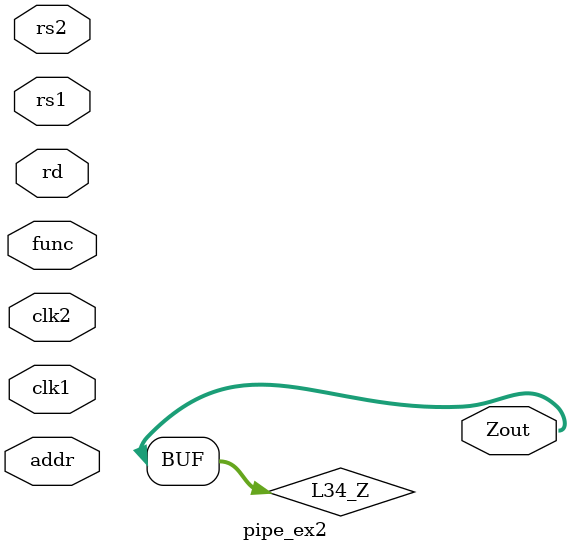
<source format=v>
module pipe_ex2(Zout,rs1,rs2,rd,func,addr,clk1,clk2);

input [3:0]rs1,rs2,rd,func;
input [7:0]addr;
input clk1,clk2;
output [15:0]Zout;

reg [15:0]L12_A,L12_B,L23_Z,L34_Z;
reg [3:0]L12_rd,L12_func,L23_rd;
reg [7:0]L12_addr,L23_addr,L34_addr;

reg [15:0]regbank[0:15];
reg [15:0]mem[0:255];

assign Zout=L34_Z;

always@(posedge clk1)
  begin
   L12_A   <=  #2  regbank[rs1];
   L12_B   <=  #2  regbank[rs2];
   L12_rd  <=  #2  rd;
   L12_func<=  #2  func;
   L12_addr<=  #2  addr;            //stage-1
  end

always@(posedge clk2)
  begin
     case(func)
         0 : L23_Z <=  #2 L12_A + L12_B;
         1 : L23_Z <=  #2 L12_A - L12_B;
	 2 : L23_Z <=  #2 L12_A * L12_B;
	 3 : L23_Z <=  #2 L12_A;
	 4 : L23_Z <=  #2 L12_B;
	 5 : L23_Z <=  #2 L12_A & L12_B;
	 6 : L23_Z <=  #2 L12_A | L12_B;
         7 : L23_Z <=  #2 L12_A ^ L12_B;
	 8 : L23_Z <=  #2 -L12_A;
	 9 : L23_Z <=  #2 -L12_B;
	10 : L23_Z <=  #2 L12_A >> 1;
        11 : L23_Z <=  #2 L12_A << 1;
   default : L23_Z <=  #2 16'hxxxx;
    endcase
    L23_rd  <= #2 L12_rd;
    L23_addr <= #2 L12_addr;         //stage-2
   end

always@(posedge clk1)
  begin
  regbank[L23_rd] <= #2 L23_Z;
  L23_Z  <= #2 L23_Z;
  L34_addr <= #2 L23_addr;           //stage-3
  end

always@(posedge clk2)
  begin
   mem[L34_addr]  <= #2 L34_Z;   //stage-4
  end

endmodule

</source>
